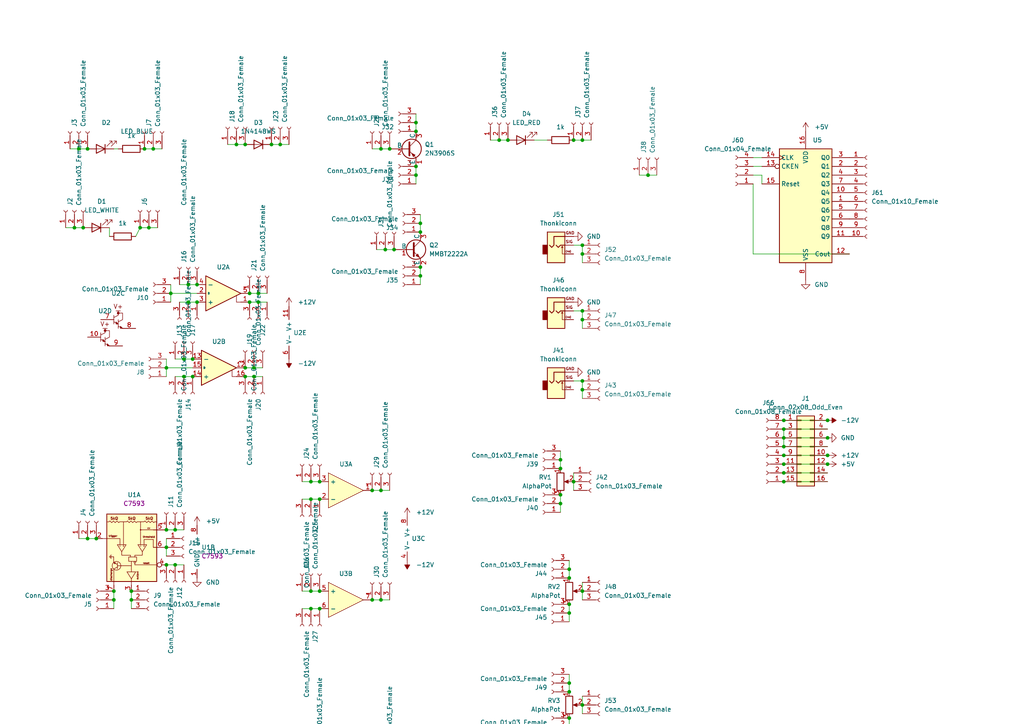
<source format=kicad_sch>
(kicad_sch (version 20211123) (generator eeschema)
  (paper "A4")
  (lib_symbols
    (symbol "Connector:Conn_01x03_Female" (pin_names (offset 1.016) hide)
      (property "Reference" "J" (at 0 5.08 0))
      (property "Value" "Conn_01x03_Female" (at 0 -5.08 0))
      (symbol "Conn_01x03_Female_1_1"
        (pin passive line (at -5.08 2.54 0) (length 3.81) (name "Pin_1") (number "1"))
        (pin passive line (at -5.08 0 0) (length 3.81) (name "Pin_2") (number "2"))
        (pin passive line (at -5.08 -2.54 0) (length 3.81) (name "Pin_3") (number "3"))
      )
    )
    (symbol "Connector:Conn_01x04_Female" (pin_names (offset 1.016) hide)
      (property "Reference" "J" (at 0 5.08 0))
      (property "Value" "Conn_01x04_Female" (at 0 -7.62 0))
      (symbol "Conn_01x04_Female_1_1"
        (pin passive line (at -5.08 2.54 0) (length 3.81) (name "Pin_1") (number "1"))
        (pin passive line (at -5.08 0 0) (length 3.81) (name "Pin_2") (number "2"))
        (pin passive line (at -5.08 -2.54 0) (length 3.81) (name "Pin_3") (number "3"))
        (pin passive line (at -5.08 -5.08 0) (length 3.81) (name "Pin_4") (number "4"))
      )
    )
    (symbol "Connector:Conn_01x08_Female" (pin_names (offset 1.016) hide)
      (property "Reference" "J" (at 0 10.16 0))
      (property "Value" "Conn_01x08_Female" (at 0 -12.7 0))
      (symbol "Conn_01x08_Female_1_1"
        (pin passive line (at -5.08 7.62 0) (length 3.81) (name "Pin_1") (number "1"))
        (pin passive line (at -5.08 5.08 0) (length 3.81) (name "Pin_2") (number "2"))
        (pin passive line (at -5.08 2.54 0) (length 3.81) (name "Pin_3") (number "3"))
        (pin passive line (at -5.08 0 0) (length 3.81) (name "Pin_4") (number "4"))
        (pin passive line (at -5.08 -2.54 0) (length 3.81) (name "Pin_5") (number "5"))
        (pin passive line (at -5.08 -5.08 0) (length 3.81) (name "Pin_6") (number "6"))
        (pin passive line (at -5.08 -7.62 0) (length 3.81) (name "Pin_7") (number "7"))
        (pin passive line (at -5.08 -10.16 0) (length 3.81) (name "Pin_8") (number "8"))
      )
    )
    (symbol "Connector:Conn_01x10_Female" (pin_names (offset 1.016) hide)
      (property "Reference" "J" (at 0 12.7 0))
      (property "Value" "Conn_01x10_Female" (at 0 -15.24 0))
      (symbol "Conn_01x10_Female_1_1"
        (pin passive line (at -5.08 10.16 0) (length 3.81) (name "Pin_1") (number "1"))
        (pin passive line (at -5.08 -12.7 0) (length 3.81) (name "Pin_10") (number "10"))
        (pin passive line (at -5.08 7.62 0) (length 3.81) (name "Pin_2") (number "2"))
        (pin passive line (at -5.08 5.08 0) (length 3.81) (name "Pin_3") (number "3"))
        (pin passive line (at -5.08 2.54 0) (length 3.81) (name "Pin_4") (number "4"))
        (pin passive line (at -5.08 0 0) (length 3.81) (name "Pin_5") (number "5"))
        (pin passive line (at -5.08 -2.54 0) (length 3.81) (name "Pin_6") (number "6"))
        (pin passive line (at -5.08 -5.08 0) (length 3.81) (name "Pin_7") (number "7"))
        (pin passive line (at -5.08 -7.62 0) (length 3.81) (name "Pin_8") (number "8"))
        (pin passive line (at -5.08 -10.16 0) (length 3.81) (name "Pin_9") (number "9"))
      )
    )
    (symbol "Connector_Generic:Conn_02x02_Odd_Even" (pin_names (offset 1.016) hide)
      (property "Reference" "J" (at 1.27 2.54 0))
      (property "Value" "Conn_02x02_Odd_Even" (at 1.27 -5.08 0))
      (symbol "Conn_02x02_Odd_Even_1_1"
        (pin passive line (at -5.08 0 0) (length 3.81) (name "Pin_1") (number "1"))
        (pin passive line (at 7.62 0 180) (length 3.81) (name "Pin_2") (number "2"))
        (pin passive line (at -5.08 -2.54 0) (length 3.81) (name "Pin_3") (number "3"))
        (pin passive line (at 7.62 -2.54 180) (length 3.81) (name "Pin_4") (number "4"))
      )
    )
    (symbol "Connector_Generic:Conn_02x08_Odd_Even" (pin_names (offset 1.016) hide)
      (property "Reference" "J" (at 1.27 10.16 0))
      (property "Value" "Conn_02x08_Odd_Even" (at 1.27 -12.7 0))
      (symbol "Conn_02x08_Odd_Even_1_1"
        (pin passive line (at -5.08 7.62 0) (length 3.81) (name "Pin_1") (number "1"))
        (pin passive line (at 7.62 -2.54 180) (length 3.81) (name "Pin_10") (number "10"))
        (pin passive line (at -5.08 -5.08 0) (length 3.81) (name "Pin_11") (number "11"))
        (pin passive line (at 7.62 -5.08 180) (length 3.81) (name "Pin_12") (number "12"))
        (pin passive line (at -5.08 -7.62 0) (length 3.81) (name "Pin_13") (number "13"))
        (pin passive line (at 7.62 -7.62 180) (length 3.81) (name "Pin_14") (number "14"))
        (pin passive line (at -5.08 -10.16 0) (length 3.81) (name "Pin_15") (number "15"))
        (pin passive line (at 7.62 -10.16 180) (length 3.81) (name "Pin_16") (number "16"))
        (pin passive line (at 7.62 7.62 180) (length 3.81) (name "Pin_2") (number "2"))
        (pin passive line (at -5.08 5.08 0) (length 3.81) (name "Pin_3") (number "3"))
        (pin passive line (at 7.62 5.08 180) (length 3.81) (name "Pin_4") (number "4"))
        (pin passive line (at -5.08 2.54 0) (length 3.81) (name "Pin_5") (number "5"))
        (pin passive line (at 7.62 2.54 180) (length 3.81) (name "Pin_6") (number "6"))
        (pin passive line (at -5.08 0 0) (length 3.81) (name "Pin_7") (number "7"))
        (pin passive line (at 7.62 0 180) (length 3.81) (name "Pin_8") (number "8"))
        (pin passive line (at -5.08 -2.54 0) (length 3.81) (name "Pin_9") (number "9"))
      )
    )
    (symbol "EuroRackTools:1N4148WS" (pin_numbers hide) (pin_names (offset 1.016) hide)
      (property "Reference" "D" (at 0 2.54 0))
      (property "Value" "1N4148WS" (at 0 -2.54 0))
      (symbol "1N4148WS_1_1"
        (pin passive line (at -3.81 0 0) (length 2.54) (name "K") (number "1"))
        (pin passive line (at 3.81 0 180) (length 2.54) (name "A") (number "2"))
      )
    )
    (symbol "EuroRackTools:1k" (pin_numbers hide) (pin_names (offset 0))
      (property "Value" "1k" (at -1.27 1.27 0))
      (symbol "1k_1_1"
        (pin passive line (at -5.08 1.27 0) (length 1.27) (name "~") (number "1"))
        (pin passive line (at 2.54 1.27 180) (length 1.27) (name "~") (number "2"))
      )
    )
    (symbol "EuroRackTools:2N3906S" (pin_names (offset 0))
      (property "Reference" "Q" (at 5.08 1.27 0))
      (property "Value" "2N3906S" (at 5.08 -1.27 0))
      (symbol "2N3906S_1_1"
        (pin passive line (at 2.54 -5.08 90) (length 2.54) (name "E") (number "1"))
        (pin input line (at -5.08 0 0) (length 5.715) (name "B") (number "2"))
        (pin passive line (at 2.54 5.08 270) (length 2.54) (name "C") (number "3"))
      )
    )
    (symbol "EuroRackTools:4017bm"
      (property "Reference" "U" (at 0 1.27 0))
      (symbol "4017bm_1_0"
        (pin output line (at 12.7 2.54 180) (length 5.08) (name "Q5") (number "1"))
        (pin output line (at 12.7 5.08 180) (length 5.08) (name "Q4") (number "10"))
        (pin output line (at 12.7 -7.62 180) (length 5.08) (name "Q9") (number "11"))
        (pin output line (at 12.7 -12.7 180) (length 5.08) (name "Cout") (number "12"))
        (pin input inverted (at -12.7 12.7 0) (length 5.08) (name "CKEN") (number "13"))
        (pin input clock (at -12.7 15.24 0) (length 5.08) (name "CLK") (number "14"))
        (pin input line (at -12.7 7.62 0) (length 5.08) (name "Reset") (number "15"))
        (pin power_in line (at 0 22.86 270) (length 5.08) (name "VDD") (number "16"))
        (pin output line (at 12.7 12.7 180) (length 5.08) (name "Q1") (number "2"))
        (pin output line (at 12.7 15.24 180) (length 5.08) (name "Q0") (number "3"))
        (pin output line (at 12.7 10.16 180) (length 5.08) (name "Q2") (number "4"))
        (pin output line (at 12.7 0 180) (length 5.08) (name "Q6") (number "5"))
        (pin output line (at 12.7 -2.54 180) (length 5.08) (name "Q7") (number "6"))
        (pin output line (at 12.7 7.62 180) (length 5.08) (name "Q3") (number "7"))
        (pin power_in line (at 0 -20.32 90) (length 5.08) (name "VSS") (number "8"))
        (pin output line (at 12.7 -5.08 180) (length 5.08) (name "Q8") (number "9"))
      )
    )
    (symbol "EuroRackTools:AlphaPot" (pin_names (offset 1.016) hide)
      (property "Reference" "RV" (at -4.445 0 90))
      (property "Value" "AlphaPot" (at -2.54 0 90))
      (symbol "AlphaPot_1_1"
        (pin passive line (at 0 3.81 270) (length 1.27) (name "1") (number "1"))
        (pin passive line (at 3.81 0 180) (length 1.27) (name "2") (number "2"))
        (pin passive line (at 0 -3.81 90) (length 1.27) (name "3") (number "3"))
      )
    )
    (symbol "EuroRackTools:LED_BLUE" (pin_numbers hide) (pin_names (offset 1.016) hide)
      (property "Reference" "D" (at 0 -2.54 0))
      (property "Value" "LED_BLUE" (at 0 3.81 0))
      (symbol "LED_BLUE_1_1"
        (pin passive line (at 3.81 0 180) (length 2.54) (name "K") (number "1"))
        (pin passive line (at -3.81 0 0) (length 2.54) (name "A") (number "2"))
      )
    )
    (symbol "EuroRackTools:LED_RED" (pin_numbers hide) (pin_names (offset 1.016) hide)
      (property "Reference" "D" (at 0 -2.54 0))
      (property "Value" "LED_RED" (at 0 3.81 0))
      (symbol "LED_RED_1_1"
        (pin passive line (at 3.81 0 180) (length 2.54) (name "K") (number "1"))
        (pin passive line (at -3.81 0 0) (length 2.54) (name "A") (number "2"))
      )
    )
    (symbol "EuroRackTools:LED_WHITE" (pin_numbers hide) (pin_names (offset 1.016) hide)
      (property "Reference" "D" (at 0 -2.54 0))
      (property "Value" "LED_WHITE" (at 0 3.81 0))
      (symbol "LED_WHITE_1_1"
        (pin passive line (at 3.81 0 180) (length 2.54) (name "K") (number "1"))
        (pin passive line (at -3.81 0 0) (length 2.54) (name "A") (number "2"))
      )
    )
    (symbol "EuroRackTools:LM13700"
      (property "Reference" "U" (at -1.27 0 0))
      (symbol "LM13700_1_1"
        (pin input line (at 7.62 -2.54 180) (length 2.54) (name "~") (number "1"))
        (pin input line (at -7.62 0 0) (length 2.54) (name "D") (number "2"))
        (pin input line (at -7.62 -2.54 0) (length 2.54) (name "+") (number "3"))
        (pin input line (at -7.62 2.54 0) (length 2.54) (name "-") (number "4"))
        (pin output line (at 7.62 0 180) (length 2.54) (name "~") (number "5"))
      )
      (symbol "LM13700_2_1"
        (pin output line (at 7.62 0 180) (length 2.54) (name "~") (number "12"))
        (pin input line (at -7.62 2.54 0) (length 2.54) (name "-") (number "13"))
        (pin input line (at -7.62 -2.54 0) (length 2.54) (name "+") (number "14"))
        (pin input line (at -7.62 0 0) (length 2.54) (name "D") (number "15"))
        (pin input line (at 7.62 -2.54 180) (length 2.54) (name "~") (number "16"))
      )
      (symbol "LM13700_3_1"
        (text "V+" (at -2.54 3.81 0) (effects (font (size 1.27 1.27))))
        (pin input line (at -7.62 0 0) (length 3.81) (name "~") (number "7"))
        (pin output line (at 2.54 -2.54 180) (length 3.81) (name "~") (number "8"))
      )
      (symbol "LM13700_4_1"
        (text "V+" (at -2.54 3.81 0) (effects (font (size 1.27 1.27))))
        (pin input line (at -7.62 0 0) (length 3.81) (name "~") (number "10"))
        (pin output line (at 2.54 -2.54 180) (length 3.81) (name "~") (number "9"))
      )
      (symbol "LM13700_5_1"
        (pin power_in line (at -2.54 7.62 270) (length 3.81) (name "V+") (number "11"))
        (pin power_in line (at -2.54 -7.62 90) (length 3.81) (name "V-") (number "6"))
      )
    )
    (symbol "EuroRackTools:MMBT2222A" (pin_names (offset 0))
      (property "Reference" "Q" (at 5.08 1.27 0))
      (property "Value" "MMBT2222A" (at 12.7 -2.032 0))
      (symbol "MMBT2222A_1_1"
        (pin input line (at -5.08 0 0) (length 5.715) (name "B") (number "1"))
        (pin passive line (at 2.54 -5.08 90) (length 2.54) (name "E") (number "2"))
        (pin passive line (at 2.54 5.08 270) (length 2.54) (name "C") (number "3"))
      )
    )
    (symbol "EuroRackTools:NE555DR"
      (property "Reference" "U" (at 2.54 3.556 0))
      (property "LCSC" "C7593" (at 0 0 0))
      (symbol "NE555DR_1_0"
        (text "5kΩ" (at -2.413 8.382 0) (effects (font (size 0.75 0.75))))
        (text "5kΩ" (at 2.667 8.382 0) (effects (font (size 0.75 0.75))))
        (text "5kΩ" (at 7.747 8.382 0) (effects (font (size 0.75 0.75))))
        (text "cv" (at 7.62 5.588 0) (effects (font (size 0.5 0.5))))
        (text "discharge" (at -3.302 -7.874 900) (effects (font (size 0.5 0.5))))
        (text "output" (at 4.318 -8.128 900) (effects (font (size 0.5 0.5))))
        (text "reset" (at 6.858 -4.572 0) (effects (font (size 0.5 0.5))))
        (text "threshold" (at 7.62 3.048 0) (effects (font (size 0.5 0.5))))
        (text "trigger" (at -2.794 3.302 0) (effects (font (size 0.5 0.5))))
      )
      (symbol "NE555DR_1_1"
        (pin input line (at -7.62 2.54 0) (length 1.75) (name "") (number "2"))
        (pin output line (at 2.54 -12.7 90) (length 1.75) (name "") (number "3"))
        (pin input inverted (at 12.7 -5.08 180) (length 2.65) (name "") (number "4"))
        (pin input line (at 12.7 5.08 180) (length 3.81) (name "") (number "5"))
        (pin input line (at 12.7 0 180) (length 3.81) (name "") (number "6"))
        (pin input line (at -2.54 -12.7 90) (length 1.75) (name "") (number "7"))
      )
      (symbol "NE555DR_2_0"
        (pin power_in line (at 0 -5.08 90) (length 2.54) (name "GND") (number "1"))
        (pin power_in line (at 0 10.16 270) (length 2.54) (name "V+") (number "8"))
      )
    )
    (symbol "EuroRackTools:TL072"
      (property "Reference" "U" (at -1.27 0 0))
      (symbol "TL072_1_1"
        (pin output line (at 7.62 0 180) (length 2.54) (name "") (number "1"))
        (pin input line (at -7.62 -2.54 0) (length 2.54) (name "-") (number "2"))
        (pin input line (at -7.62 2.54 0) (length 2.54) (name "+") (number "3"))
      )
      (symbol "TL072_2_1"
        (pin input line (at -7.62 2.54 0) (length 2.54) (name "+") (number "5"))
        (pin input line (at -7.62 -2.54 0) (length 2.54) (name "-") (number "6"))
        (pin output line (at 7.62 0 180) (length 2.54) (name "") (number "7"))
      )
      (symbol "TL072_3_0"
        (pin power_in line (at -2.54 -6.35 90) (length 2.54) (name "V-") (number "4"))
        (pin power_in line (at -2.54 6.35 270) (length 2.54) (name "V+") (number "8"))
      )
    )
    (symbol "EuroRackTools:Thonkiconn" (pin_numbers hide)
      (property "Reference" "J" (at -1.27 -3.048 0))
      (property "Value" "Thonkiconn" (at 0 6.35 0))
      (symbol "Thonkiconn_0_0"
        (text "(no)" (at 3.556 -1.778 0) (effects (font (size 0.5 0.5))))
        (text "GND" (at 4.064 3.556 0) (effects (font (size 0.8 0.8))))
        (text "SIG" (at 3.81 1.016 0) (effects (font (size 0.8 0.8))))
      )
      (symbol "Thonkiconn_1_1"
        (pin passive line (at 5.08 2.54 180) (length 2.54) (name "~") (number "S"))
        (pin passive line (at 5.08 0 180) (length 2.54) (name "~") (number "T"))
        (pin passive line (at 5.08 -2.54 180) (length 2.54) (name "~") (number "TN"))
      )
    )
    (symbol "power:+12V" (power) (pin_names (offset 0))
      (property "Value" "+12V" (at 0 3.556 0))
      (symbol "+12V_1_1"
        (pin power_in line (at 0 0 90) (length 0) hide (name "+12V") (number "1"))
      )
    )
    (symbol "power:+5V" (power) (pin_names (offset 0))
      (property "Value" "+5V" (at 0 3.556 0))
      (symbol "+5V_1_1"
        (pin power_in line (at 0 0 90) (length 0) hide (name "+5V") (number "1"))
      )
    )
    (symbol "power:-12V" (power) (pin_names (offset 0))
      (property "Value" "-12V" (at 0 3.81 0))
      (symbol "-12V_0_0"
        (pin power_in line (at 0 0 90) (length 0) hide (name "-12V") (number "1"))
      )
    )
    (symbol "power:GND" (power) (pin_names (offset 0))
      (property "Value" "GND" (at 0 -3.81 0))
      (symbol "GND_1_1"
        (pin power_in line (at 0 0 270) (length 0) hide (name "GND") (number "1"))
      )
    )
  )
  (junction (at 93.98 259.08))
  (junction (at 73.66 106.68))
  (junction (at 74.93 87.63))
  (junction (at 165.1 210.82))
  (junction (at 68.58 41.91))
  (junction (at 240.03 134.62))
  (junction (at 113.03 43.18))
  (junction (at 166.37 139.7))
  (junction (at 355.6 43.18))
  (junction (at 33.02 171.45))
  (junction (at 168.91 73.66))
  (junction (at 48.26 106.68))
  (junction (at 355.6 45.72))
  (junction (at 50.8 163.83))
  (junction (at 111.76 256.54))
  (junction (at 90.17 171.45))
  (junction (at 120.65 35.56))
  (junction (at 323.85 44.45))
  (junction (at 168.91 40.64))
  (junction (at 93.98 227.33))
  (junction (at 144.78 40.64))
  (junction (at 227.33 139.7))
  (junction (at 90.17 176.53))
  (junction (at 93.98 222.25))
  (junction (at 165.1 177.8))
  (junction (at 33.02 173.99))
  (junction (at 54.61 87.63))
  (junction (at 55.88 104.14))
  (junction (at 21.59 66.04))
  (junction (at 71.12 41.91))
  (junction (at 43.18 66.04))
  (junction (at 73.66 109.22))
  (junction (at 25.4 156.21))
  (junction (at 227.33 124.46))
  (junction (at 72.39 85.09))
  (junction (at 227.33 129.54))
  (junction (at 90.17 144.78))
  (junction (at 165.1 200.66))
  (junction (at 168.91 110.49))
  (junction (at 110.49 142.24))
  (junction (at 41.91 43.18))
  (junction (at 111.76 72.39))
  (junction (at 187.96 50.8))
  (junction (at 91.44 259.08))
  (junction (at 227.33 121.92))
  (junction (at 71.12 109.22))
  (junction (at 109.22 224.79))
  (junction (at 49.53 85.09))
  (junction (at 78.74 41.91))
  (junction (at 356.87 62.23))
  (junction (at 165.1 208.28))
  (junction (at 92.71 139.7))
  (junction (at 93.98 254))
  (junction (at 110.49 173.99))
  (junction (at 53.34 104.14))
  (junction (at 57.15 87.63))
  (junction (at 168.91 204.47))
  (junction (at 50.8 153.67))
  (junction (at 168.91 90.17))
  (junction (at 24.13 66.04))
  (junction (at 121.92 80.01))
  (junction (at 72.39 87.63))
  (junction (at 165.1 198.12))
  (junction (at 44.45 43.18))
  (junction (at 227.33 134.62))
  (junction (at 168.91 92.71))
  (junction (at 120.65 38.1))
  (junction (at 74.93 85.09))
  (junction (at 25.4 43.18))
  (junction (at 114.3 72.39))
  (junction (at 90.17 139.7))
  (junction (at 107.95 142.24))
  (junction (at 240.03 121.92))
  (junction (at 57.15 82.55))
  (junction (at 22.86 43.18))
  (junction (at 227.33 132.08))
  (junction (at 81.28 41.91))
  (junction (at 38.1 173.99))
  (junction (at 54.61 82.55))
  (junction (at 166.37 40.64))
  (junction (at 92.71 176.53))
  (junction (at 162.56 143.51))
  (junction (at 109.22 256.54))
  (junction (at 110.49 43.18))
  (junction (at 40.64 66.04))
  (junction (at 120.65 50.8))
  (junction (at 55.88 109.22))
  (junction (at 91.44 222.25))
  (junction (at 48.26 158.75))
  (junction (at 147.32 40.64))
  (junction (at 53.34 109.22))
  (junction (at 120.65 48.26))
  (junction (at 38.1 171.45))
  (junction (at 227.33 137.16))
  (junction (at 91.44 227.33))
  (junction (at 240.03 127))
  (junction (at 168.91 171.45))
  (junction (at 107.95 173.99))
  (junction (at 71.12 106.68))
  (junction (at 92.71 144.78))
  (junction (at 162.56 135.89))
  (junction (at 325.12 69.85))
  (junction (at 227.33 127))
  (junction (at 165.1 167.64))
  (junction (at 162.56 146.05))
  (junction (at 240.03 132.08))
  (junction (at 325.12 67.31))
  (junction (at 356.87 64.77))
  (junction (at 91.44 254))
  (junction (at 162.56 133.35))
  (junction (at 48.26 153.67))
  (junction (at 168.91 71.12))
  (junction (at 121.92 64.77))
  (junction (at 121.92 77.47))
  (junction (at 165.1 175.26))
  (junction (at 165.1 165.1))
  (junction (at 168.91 113.03))
  (junction (at 111.76 224.79))
  (junction (at 27.94 156.21))
  (junction (at 323.85 46.99))
  (junction (at 48.26 163.83))
  (junction (at 121.92 67.31))
  (junction (at 92.71 171.45))
  (wire (pts (xy 121.92 80.01) (xy 121.92 82.55)))
  (wire (pts (xy 168.91 113.03) (xy 168.91 110.49)))
  (wire (pts (xy 55.88 104.14) (xy 53.34 104.14)))
  (wire (pts (xy 92.71 139.7) (xy 90.17 139.7)))
  (wire (pts (xy 22.86 43.18) (xy 20.32 43.18)))
  (wire (pts (xy 113.03 173.99) (xy 110.49 173.99)))
  (wire (pts (xy 165.1 165.1) (xy 165.1 167.64)))
  (wire (pts (xy 311.15 44.45) (xy 323.85 44.45)))
  (wire (pts (xy 165.1 210.82) (xy 165.1 213.36)))
  (wire (pts (xy 54.61 87.63) (xy 57.15 87.63)))
  (wire (pts (xy 110.49 142.24) (xy 107.95 142.24)))
  (wire (pts (xy 77.47 85.09) (xy 74.93 85.09)))
  (wire (pts (xy 168.91 73.66) (xy 168.91 71.12)))
  (wire (pts (xy 355.6 43.18) (xy 355.6 45.72)))
  (wire (pts (xy 71.12 109.22) (xy 73.66 109.22)))
  (wire (pts (xy 218.44 73.66) (xy 246.38 73.66)))
  (wire (pts (xy 121.92 77.47) (xy 121.92 80.01)))
  (wire (pts (xy 227.33 134.62) (xy 240.03 134.62)))
  (wire (pts (xy 91.44 222.25) (xy 88.9 222.25)))
  (wire (pts (xy 165.1 208.28) (xy 165.1 210.82)))
  (wire (pts (xy 114.3 256.54) (xy 111.76 256.54)))
  (wire (pts (xy 171.45 40.64) (xy 168.91 40.64)))
  (wire (pts (xy 48.26 158.75) (xy 48.26 156.21)))
  (wire (pts (xy 168.91 115.57) (xy 168.91 113.03)))
  (wire (pts (xy 166.37 110.49) (xy 168.91 110.49)))
  (wire (pts (xy 110.49 43.18) (xy 107.95 43.18)))
  (wire (pts (xy 162.56 146.05) (xy 162.56 148.59)))
  (wire (pts (xy 50.8 109.22) (xy 53.34 109.22)))
  (wire (pts (xy 74.93 85.09) (xy 72.39 85.09)))
  (wire (pts (xy 38.1 176.53) (xy 38.1 173.99)))
  (wire (pts (xy 48.26 106.68) (xy 48.26 109.22)))
  (wire (pts (xy 48.26 104.14) (xy 48.26 106.68)))
  (wire (pts (xy 166.37 139.7) (xy 166.37 137.16)))
  (wire (pts (xy 168.91 95.25) (xy 168.91 92.71)))
  (wire (pts (xy 54.61 82.55) (xy 52.07 82.55)))
  (wire (pts (xy 76.2 106.68) (xy 73.66 106.68)))
  (wire (pts (xy 90.17 176.53) (xy 92.71 176.53)))
  (wire (pts (xy 25.4 43.18) (xy 22.86 43.18)))
  (wire (pts (xy 45.72 66.04) (xy 43.18 66.04)))
  (wire (pts (xy 73.66 109.22) (xy 76.2 109.22)))
  (wire (pts (xy 120.65 33.02) (xy 120.65 35.56)))
  (wire (pts (xy 120.65 50.8) (xy 120.65 53.34)))
  (wire (pts (xy 121.92 62.23) (xy 121.92 64.77)))
  (wire (pts (xy 111.76 72.39) (xy 109.22 72.39)))
  (wire (pts (xy 34.29 43.18) (xy 33.02 43.18)))
  (wire (pts (xy 87.63 176.53) (xy 90.17 176.53)))
  (wire (pts (xy 344.17 62.23) (xy 356.87 62.23)))
  (wire (pts (xy 46.99 43.18) (xy 44.45 43.18)))
  (wire (pts (xy 83.82 41.91) (xy 81.28 41.91)))
  (wire (pts (xy 27.94 156.21) (xy 25.4 156.21)))
  (wire (pts (xy 120.65 48.26) (xy 120.65 50.8)))
  (wire (pts (xy 33.02 173.99) (xy 33.02 176.53)))
  (wire (pts (xy 91.44 227.33) (xy 93.98 227.33)))
  (wire (pts (xy 168.91 204.47) (xy 168.91 201.93)))
  (wire (pts (xy 227.33 124.46) (xy 227.33 127)))
  (wire (pts (xy 165.1 195.58) (xy 165.1 198.12)))
  (wire (pts (xy 21.59 66.04) (xy 19.05 66.04)))
  (wire (pts (xy 73.66 106.68) (xy 71.12 106.68)))
  (wire (pts (xy 39.37 68.58) (xy 40.64 66.04)))
  (wire (pts (xy 165.1 198.12) (xy 165.1 200.66)))
  (wire (pts (xy 90.17 144.78) (xy 92.71 144.78)))
  (wire (pts (xy 227.33 129.54) (xy 240.03 129.54)))
  (wire (pts (xy 49.53 85.09) (xy 49.53 87.63)))
  (wire (pts (xy 218.44 45.72) (xy 220.98 45.72)))
  (wire (pts (xy 113.03 43.18) (xy 110.49 43.18)))
  (wire (pts (xy 168.91 76.2) (xy 168.91 73.66)))
  (wire (pts (xy 227.33 124.46) (xy 240.03 124.46)))
  (wire (pts (xy 49.53 82.55) (xy 49.53 85.09)))
  (wire (pts (xy 53.34 104.14) (xy 50.8 104.14)))
  (wire (pts (xy 227.33 121.92) (xy 240.03 121.92)))
  (wire (pts (xy 162.56 143.51) (xy 162.56 146.05)))
  (wire (pts (xy 90.17 139.7) (xy 87.63 139.7)))
  (wire (pts (xy 144.78 40.64) (xy 142.24 40.64)))
  (wire (pts (xy 220.98 50.8) (xy 220.98 53.34)))
  (wire (pts (xy 147.32 40.64) (xy 144.78 40.64)))
  (wire (pts (xy 25.4 156.21) (xy 22.86 156.21)))
  (wire (pts (xy 114.3 72.39) (xy 111.76 72.39)))
  (wire (pts (xy 93.98 222.25) (xy 91.44 222.25)))
  (wire (pts (xy 312.42 67.31) (xy 325.12 67.31)))
  (wire (pts (xy 165.1 177.8) (xy 165.1 180.34)))
  (wire (pts (xy 88.9 259.08) (xy 91.44 259.08)))
  (wire (pts (xy 49.53 85.09) (xy 57.15 85.09)))
  (wire (pts (xy 93.98 254) (xy 91.44 254)))
  (wire (pts (xy 53.34 153.67) (xy 50.8 153.67)))
  (wire (pts (xy 227.33 127) (xy 227.33 129.54)))
  (wire (pts (xy 162.56 133.35) (xy 162.56 135.89)))
  (wire (pts (xy 168.91 207.01) (xy 168.91 204.47)))
  (wire (pts (xy 72.39 87.63) (xy 74.93 87.63)))
  (wire (pts (xy 52.07 87.63) (xy 54.61 87.63)))
  (wire (pts (xy 90.17 171.45) (xy 87.63 171.45)))
  (wire (pts (xy 166.37 142.24) (xy 166.37 139.7)))
  (wire (pts (xy 38.1 173.99) (xy 38.1 171.45)))
  (wire (pts (xy 168.91 40.64) (xy 166.37 40.64)))
  (wire (pts (xy 31.75 68.58) (xy 31.75 66.04)))
  (wire (pts (xy 168.91 171.45) (xy 168.91 168.91)))
  (wire (pts (xy 87.63 144.78) (xy 90.17 144.78)))
  (wire (pts (xy 187.96 50.8) (xy 185.42 50.8)))
  (wire (pts (xy 48.26 161.29) (xy 48.26 158.75)))
  (wire (pts (xy 162.56 130.81) (xy 162.56 133.35)))
  (wire (pts (xy 48.26 163.83) (xy 50.8 163.83)))
  (wire (pts (xy 218.44 48.26) (xy 220.98 48.26)))
  (wire (pts (xy 92.71 171.45) (xy 90.17 171.45)))
  (wire (pts (xy 227.33 139.7) (xy 240.03 139.7)))
  (wire (pts (xy 342.9 43.18) (xy 355.6 43.18)))
  (wire (pts (xy 342.9 45.72) (xy 355.6 45.72)))
  (wire (pts (xy 165.1 162.56) (xy 165.1 165.1)))
  (wire (pts (xy 356.87 62.23) (xy 356.87 64.77)))
  (wire (pts (xy 168.91 92.71) (xy 168.91 90.17)))
  (wire (pts (xy 165.1 175.26) (xy 165.1 177.8)))
  (wire (pts (xy 43.18 66.04) (xy 40.64 66.04)))
  (wire (pts (xy 81.28 41.91) (xy 78.74 41.91)))
  (wire (pts (xy 111.76 224.79) (xy 109.22 224.79)))
  (wire (pts (xy 158.75 40.64) (xy 154.94 40.64)))
  (wire (pts (xy 74.93 87.63) (xy 77.47 87.63)))
  (wire (pts (xy 50.8 163.83) (xy 53.34 163.83)))
  (wire (pts (xy 114.3 224.79) (xy 111.76 224.79)))
  (wire (pts (xy 344.17 64.77) (xy 356.87 64.77)))
  (wire (pts (xy 227.33 132.08) (xy 240.03 132.08)))
  (wire (pts (xy 312.42 69.85) (xy 325.12 69.85)))
  (wire (pts (xy 113.03 142.24) (xy 110.49 142.24)))
  (wire (pts (xy 111.76 256.54) (xy 109.22 256.54)))
  (wire (pts (xy 110.49 173.99) (xy 107.95 173.99)))
  (wire (pts (xy 168.91 173.99) (xy 168.91 171.45)))
  (wire (pts (xy 121.92 64.77) (xy 121.92 67.31)))
  (wire (pts (xy 71.12 41.91) (xy 68.58 41.91)))
  (wire (pts (xy 68.58 41.91) (xy 66.04 41.91)))
  (wire (pts (xy 218.44 53.34) (xy 218.44 73.66)))
  (wire (pts (xy 323.85 44.45) (xy 323.85 46.99)))
  (wire (pts (xy 91.44 254) (xy 88.9 254)))
  (wire (pts (xy 166.37 71.12) (xy 168.91 71.12)))
  (wire (pts (xy 33.02 171.45) (xy 33.02 173.99)))
  (wire (pts (xy 311.15 46.99) (xy 323.85 46.99)))
  (wire (pts (xy 50.8 153.67) (xy 48.26 153.67)))
  (wire (pts (xy 24.13 66.04) (xy 21.59 66.04)))
  (wire (pts (xy 190.5 50.8) (xy 187.96 50.8)))
  (wire (pts (xy 227.33 127) (xy 240.03 127)))
  (wire (pts (xy 57.15 82.55) (xy 54.61 82.55)))
  (wire (pts (xy 53.34 109.22) (xy 55.88 109.22)))
  (wire (pts (xy 325.12 67.31) (xy 325.12 69.85)))
  (wire (pts (xy 166.37 90.17) (xy 168.91 90.17)))
  (wire (pts (xy 218.44 50.8) (xy 220.98 50.8)))
  (wire (pts (xy 91.44 259.08) (xy 93.98 259.08)))
  (wire (pts (xy 48.26 106.68) (xy 55.88 106.68)))
  (wire (pts (xy 88.9 227.33) (xy 91.44 227.33)))
  (wire (pts (xy 120.65 35.56) (xy 120.65 38.1)))
  (wire (pts (xy 227.33 137.16) (xy 240.03 137.16)))
  (wire (pts (xy 44.45 43.18) (xy 41.91 43.18)))
  (symbol (lib_id "power:GND") (at 166.37 107.95 90) (unit 1)
    (property "Reference" "#PWR0111" (effects hide))
    (property "Value" "GND" (at 170.18 107.9499 90) (effects (justify right)))
  )
  (symbol (lib_id "Connector:Conn_01x03_Female") (at 53.34 114.3 270) (unit 1)
    (property "Reference" "J14" (at 54.6101 115.57 0) (effects (justify left)))
    (property "Value" "Conn_01x03_Female" (at 52.0701 115.57 0) (effects (justify left)))
    (property "Footprint" "Connector_PinHeader_2.54mm:PinHeader_1x03_P2.54mm_Vertical" (effects hide))
  )
  (symbol (lib_id "power:+5V") (at 240.03 134.62 270) (unit 1)
    (property "Reference" "#PWR0104" (effects hide))
    (property "Value" "+5V" (at 243.84 134.6199 90) (effects (justify left)))
  )
  (symbol (lib_id "power:GND") (at 166.37 87.63 90) (unit 1)
    (property "Reference" "#PWR0112" (effects hide))
    (property "Value" "GND" (at 170.18 87.6299 90) (effects (justify right)))
  )
  (symbol (lib_id "Connector:Conn_01x03_Female") (at 22.86 38.1 90) (unit 1)
    (property "Reference" "J3" (at 21.5899 36.83 0) (effects (justify left)))
    (property "Value" "Conn_01x03_Female" (at 24.1299 36.83 0) (effects (justify left)))
    (property "Footprint" "Connector_PinHeader_2.54mm:PinHeader_1x03_P2.54mm_Vertical" (effects hide))
  )
  (symbol (lib_id "EuroRackTools:TL072") (at 101.6 256.54 0) (unit 2)
    (property "Reference" "U4" (at 101.6 248.92 0))
    (property "Value" "TL072" (effects hide))
    (property "Footprint" "Package_SO:SOIC-8_3.9x4.9mm_P1.27mm" (effects hide))
    (property "Spice_Primitive" "X" (effects hide))
    (property "Spice_Model" "MY_TL072" (effects hide))
    (property "Spice_Netlist_Enabled" "Y" (effects hide))
    (property "Spice_Node_Sequence" "1 2 3 4 5 6 7 8" (effects hide))
    (property "LCSC" "C6961" (effects hide))
  )
  (symbol (lib_id "EuroRackTools:AlphaPot") (at 162.56 139.7 0) (unit 1)
    (property "Reference" "RV1" (at 160.02 138.4299 0) (effects (justify right)))
    (property "Value" "AlphaPot" (at 160.02 140.9699 0) (effects (justify right)))
    (property "Footprint" "Potentiometer_THT:Potentiometer_Alpha_RD901F-40-00D_Single_Vertical" (effects hide))
    (property "Spice_Primitive" "X" (effects hide))
    (property "Spice_Model" "pot100k" (effects hide))
    (property "Spice_Netlist_Enabled" "Y" (effects hide))
  )
  (symbol (lib_id "Connector:Conn_01x03_Female") (at 157.48 146.05 180) (unit 1)
    (property "Reference" "J40" (at 156.21 147.3201 0) (effects (justify left)))
    (property "Value" "Conn_01x03_Female" (at 156.21 144.7801 0) (effects (justify left)))
    (property "Footprint" "Connector_PinHeader_2.54mm:PinHeader_1x03_P2.54mm_Vertical" (effects hide))
  )
  (symbol (lib_id "EuroRackTools:LM13700") (at 64.77 85.09 0) (unit 1)
    (property "Reference" "U2" (at 64.77 77.47 0))
    (property "Value" "LM13700" (effects hide))
    (property "Footprint" "Package_SO:SOIC-16_3.9x9.9mm_P1.27mm" (effects hide))
    (property "Spice_Primitive" "X" (effects hide))
    (property "Spice_Model" "MY_LM13700" (effects hide))
    (property "Spice_Netlist_Enabled" "Y" (effects hide))
    (property "LCSC" "C174050" (effects hide))
  )
  (symbol (lib_id "Connector:Conn_01x03_Female") (at 173.99 73.66 0) (unit 1)
    (property "Reference" "J52" (at 175.26 72.3899 0) (effects (justify left)))
    (property "Value" "Conn_01x03_Female" (at 175.26 74.9299 0) (effects (justify left)))
    (property "Footprint" "Connector_PinHeader_2.54mm:PinHeader_1x03_P2.54mm_Vertical" (effects hide))
  )
  (symbol (lib_id "EuroRackTools:2N3906S") (at 118.11 43.18 0) (unit 1)
    (property "Reference" "Q1" (at 123.19 41.9099 0) (effects (justify left)))
    (property "Value" "2N3906S" (at 123.19 44.4499 0) (effects (justify left)))
    (property "Footprint" "Package_TO_SOT_SMD:SOT-23-3" (effects hide))
    (property "LCSC" "C147294" (effects hide))
    (property "Spice_Primitive" "Q" (effects hide))
    (property "Spice_Model" "2N3906" (effects hide))
    (property "Spice_Netlist_Enabled" "Y" (effects hide))
  )
  (symbol (lib_id "Connector:Conn_01x03_Female") (at 90.17 166.37 90) (unit 1)
    (property "Reference" "J26" (at 88.8999 165.1 0) (effects (justify left)))
    (property "Value" "Conn_01x03_Female" (at 91.4399 165.1 0) (effects (justify left)))
    (property "Footprint" "Connector_PinHeader_2.54mm:PinHeader_1x03_P2.54mm_Vertical" (effects hide))
  )
  (symbol (lib_id "EuroRackTools:LED_BLUE") (at 29.21 43.18 0) (unit 1)
    (property "Reference" "D2" (at 30.7975 35.56 0))
    (property "Value" "LED_BLUE" (at 39.6875 38.1 0))
    (property "Footprint" "LED_SMD:LED_0603_1608Metric" (effects hide))
    (property "LCSC" "C72041" (effects hide))
  )
  (symbol (lib_id "Connector:Conn_01x03_Female") (at 144.78 35.56 90) (unit 1)
    (property "Reference" "J36" (at 143.5099 34.29 0) (effects (justify left)))
    (property "Value" "Conn_01x03_Female" (at 146.0499 34.29 0) (effects (justify left)))
    (property "Footprint" "Connector_PinHeader_2.54mm:PinHeader_1x03_P2.54mm_Vertical" (effects hide))
  )
  (symbol (lib_id "Connector:Conn_01x03_Female") (at 115.57 35.56 180) (unit 1)
    (property "Reference" "J32" (at 114.3 36.8301 0) (effects (justify left)))
    (property "Value" "Conn_01x03_Female" (at 114.3 34.2901 0) (effects (justify left)))
    (property "Footprint" "Connector_PinHeader_2.54mm:PinHeader_1x03_P2.54mm_Vertical" (effects hide))
  )
  (symbol (lib_id "Connector:Conn_01x03_Female") (at 50.8 148.59 90) (unit 1)
    (property "Reference" "J11" (at 49.5299 147.32 0) (effects (justify left)))
    (property "Value" "Conn_01x03_Female" (at 52.0699 147.32 0) (effects (justify left)))
    (property "Footprint" "Connector_PinHeader_2.54mm:PinHeader_1x03_P2.54mm_Vertical" (effects hide))
  )
  (symbol (lib_id "EuroRackTools:1k") (at 36.83 69.85 0) (unit 1)
    (property "Reference" "R1" (effects hide))
    (property "Value" "1k" (at 35.56 64.77 0))
    (property "Footprint" "Resistor_SMD:R_0603_1608Metric" (effects hide))
    (property "LCSC" "C21190" (effects hide))
  )
  (symbol (lib_id "EuroRackTools:LM13700") (at 63.5 106.68 0) (unit 2)
    (property "Reference" "U2" (at 63.5 99.06 0))
    (property "Value" "LM13700" (effects hide))
    (property "Footprint" "Package_SO:SOIC-16_3.9x9.9mm_P1.27mm" (effects hide))
    (property "Spice_Primitive" "X" (effects hide))
    (property "Spice_Model" "MY_LM13700" (effects hide))
    (property "Spice_Netlist_Enabled" "Y" (effects hide))
    (property "LCSC" "C174050" (effects hide))
  )
  (symbol (lib_id "EuroRackTools:MMBT2222A") (at 119.38 72.39 0) (unit 1)
    (property "Reference" "Q2" (at 124.46 71.1199 0) (effects (justify left)))
    (property "Value" "MMBT2222A" (at 124.46 73.6599 0) (effects (justify left)))
    (property "Footprint" "Package_TO_SOT_SMD:SOT-23-3" (effects hide))
    (property "LCSC" "C8512" (effects hide))
    (property "Spice_Primitive" "Q" (effects hide))
    (property "Spice_Model" "2N2222" (effects hide))
    (property "Spice_Netlist_Enabled" "Y" (effects hide))
  )
  (symbol (lib_id "EuroRackTools:NE555DR") (at 35.56 158.75 0) (unit 1)
    (property "Reference" "U1" (at 38.9115 143.51 0))
    (property "Value" "NE555DR" (effects hide))
    (property "Footprint" "Package_SO:SOIC-8-1EP_3.9x4.9mm_P1.27mm_EP2.29x3mm" (effects hide))
    (property "LCSC" "C7593" (at 38.9115 146.05 0))
  )
  (symbol (lib_id "Connector:Conn_01x03_Female") (at 68.58 36.83 90) (unit 1)
    (property "Reference" "J18" (at 67.3099 35.56 0) (effects (justify left)))
    (property "Value" "Conn_01x03_Female" (at 69.8499 35.56 0) (effects (justify left)))
    (property "Footprint" "Connector_PinHeader_2.54mm:PinHeader_1x03_P2.54mm_Vertical" (effects hide))
  )
  (symbol (lib_id "Connector:Conn_01x03_Female") (at 44.45 38.1 90) (unit 1)
    (property "Reference" "J7" (at 43.1799 36.83 0) (effects (justify left)))
    (property "Value" "Conn_01x03_Female" (at 45.7199 36.83 0) (effects (justify left)))
    (property "Footprint" "Connector_PinHeader_2.54mm:PinHeader_1x03_P2.54mm_Vertical" (effects hide))
  )
  (symbol (lib_id "power:GND") (at 57.15 167.64 0) (unit 1)
    (property "Reference" "#PWR0107" (effects hide))
    (property "Value" "GND" (at 59.69 168.9099 0) (effects (justify left)))
  )
  (symbol (lib_id "EuroRackTools:LED_WHITE") (at 27.94 66.04 0) (unit 1)
    (property "Reference" "D1" (at 29.5275 58.42 0))
    (property "Value" "LED_WHITE" (at 29.5275 60.96 0))
    (property "Footprint" "LED_SMD:LED_0603_1608Metric" (effects hide))
    (property "LCSC" "C2290" (effects hide))
  )
  (symbol (lib_id "Connector:Conn_01x03_Female") (at 91.44 248.92 90) (unit 1)
    (property "Reference" "J56" (at 90.1699 247.65 0) (effects (justify left)))
    (property "Value" "Conn_01x03_Female" (at 92.7099 247.65 0) (effects (justify left)))
    (property "Footprint" "Connector_PinHeader_2.54mm:PinHeader_1x03_P2.54mm_Vertical" (effects hide))
  )
  (symbol (lib_id "Connector:Conn_01x03_Female") (at 53.34 99.06 90) (unit 1)
    (property "Reference" "J13" (at 52.0699 97.79 0) (effects (justify left)))
    (property "Value" "Conn_01x03_Female" (at 54.6099 97.79 0) (effects (justify left)))
    (property "Footprint" "Connector_PinHeader_2.54mm:PinHeader_1x03_P2.54mm_Vertical" (effects hide))
  )
  (symbol (lib_id "Connector:Conn_01x03_Female") (at 110.49 137.16 90) (unit 1)
    (property "Reference" "J29" (at 109.2199 135.89 0) (effects (justify left)))
    (property "Value" "Conn_01x03_Female" (at 111.7599 135.89 0) (effects (justify left)))
    (property "Footprint" "Connector_PinHeader_2.54mm:PinHeader_1x03_P2.54mm_Vertical" (effects hide))
  )
  (symbol (lib_id "Connector:Conn_01x03_Female") (at 90.17 181.61 270) (unit 1)
    (property "Reference" "J27" (at 91.4401 182.88 0) (effects (justify left)))
    (property "Value" "Conn_01x03_Female" (at 88.9001 182.88 0) (effects (justify left)))
    (property "Footprint" "Connector_PinHeader_2.54mm:PinHeader_1x03_P2.54mm_Vertical" (effects hide))
  )
  (symbol (lib_id "EuroRackTools:1k") (at 39.37 44.45 0) (unit 1)
    (property "Reference" "R2" (effects hide))
    (property "Value" "1k" (at 38.1 39.37 0))
    (property "Footprint" "Resistor_SMD:R_0603_1608Metric" (effects hide))
    (property "LCSC" "C21190" (effects hide))
  )
  (symbol (lib_id "Connector:Conn_01x03_Female") (at 25.4 151.13 90) (unit 1)
    (property "Reference" "J4" (at 24.1299 149.86 0) (effects (justify left)))
    (property "Value" "Conn_01x03_Female" (at 26.6699 149.86 0) (effects (justify left)))
    (property "Footprint" "Connector_PinHeader_2.54mm:PinHeader_1x03_P2.54mm_Vertical" (effects hide))
  )
  (symbol (lib_id "EuroRackTools:TL072") (at 121.92 238.76 0) (unit 3)
    (property "Reference" "U4" (at 120.65 238.7599 0) (effects (justify left)))
    (property "Value" "TL072" (effects hide))
    (property "Footprint" "Package_SO:SOIC-8_3.9x4.9mm_P1.27mm" (effects hide))
    (property "Spice_Primitive" "X" (effects hide))
    (property "Spice_Model" "MY_TL072" (effects hide))
    (property "Spice_Netlist_Enabled" "Y" (effects hide))
    (property "Spice_Node_Sequence" "1 2 3 4 5 6 7 8" (effects hide))
    (property "LCSC" "C6961" (effects hide))
  )
  (symbol (lib_id "Connector:Conn_01x03_Female") (at 54.61 92.71 270) (unit 1)
    (property "Reference" "J17" (at 55.8801 93.98 0) (effects (justify left)))
    (property "Value" "Conn_01x03_Female" (at 53.3401 93.98 0) (effects (justify left)))
    (property "Footprint" "Connector_PinHeader_2.54mm:PinHeader_1x03_P2.54mm_Vertical" (effects hide))
  )
  (symbol (lib_id "power:+12V") (at 240.03 132.08 270) (unit 1)
    (property "Reference" "#PWR0103" (effects hide))
    (property "Value" "+12V" (at 243.84 132.0799 90) (effects (justify left)))
  )
  (symbol (lib_id "EuroRackTools:1N4148WS") (at 74.93 41.91 180) (unit 1)
    (property "Reference" "D3" (at 74.93 35.56 0))
    (property "Value" "1N4148WS" (at 74.93 38.1 0))
    (property "Footprint" "Diode_SMD:D_SOD-323" (effects hide))
    (property "Datasheet" "https://www.vishay.com/docs/85751/1n4148ws.pdf" (effects hide))
    (property "Spice_Primitive" "D" (effects hide))
    (property "Spice_Model" "1N4148" (effects hide))
    (property "Spice_Netlist_Enabled" "Y" (effects hide))
    (property "LCSC" "C2128" (effects hide))
  )
  (symbol (lib_id "Connector:Conn_01x04_Female") (at 213.36 50.8 180) (unit 1)
    (property "Reference" "J60" (at 213.995 40.64 0))
    (property "Value" "Conn_01x04_Female" (at 213.995 43.18 0))
    (property "Footprint" "Connector_PinHeader_2.54mm:PinHeader_1x04_P2.54mm_Vertical" (effects hide))
  )
  (symbol (lib_id "Connector:Conn_01x03_Female") (at 81.28 36.83 90) (unit 1)
    (property "Reference" "J23" (at 80.0099 35.56 0) (effects (justify left)))
    (property "Value" "Conn_01x03_Female" (at 82.5499 35.56 0) (effects (justify left)))
    (property "Footprint" "Connector_PinHeader_2.54mm:PinHeader_1x03_P2.54mm_Vertical" (effects hide))
  )
  (symbol (lib_id "EuroRackTools:TL072") (at 120.65 156.21 0) (unit 3)
    (property "Reference" "U3" (at 119.38 156.2099 0) (effects (justify left)))
    (property "Value" "TL072" (effects hide))
    (property "Footprint" "Package_SO:SOIC-8_3.9x4.9mm_P1.27mm" (effects hide))
    (property "Spice_Primitive" "X" (effects hide))
    (property "Spice_Model" "MY_TL072" (effects hide))
    (property "Spice_Netlist_Enabled" "Y" (effects hide))
    (property "Spice_Node_Sequence" "1 2 3 4 5 6 7 8" (effects hide))
    (property "LCSC" "C6961" (effects hide))
  )
  (symbol (lib_id "Connector:Conn_01x03_Female") (at 90.17 134.62 90) (unit 1)
    (property "Reference" "J24" (at 88.8999 133.35 0) (effects (justify left)))
    (property "Value" "Conn_01x03_Female" (at 91.4399 133.35 0) (effects (justify left)))
    (property "Footprint" "Connector_PinHeader_2.54mm:PinHeader_1x03_P2.54mm_Vertical" (effects hide))
  )
  (symbol (lib_id "Connector:Conn_01x03_Female") (at 111.76 251.46 90) (unit 1)
    (property "Reference" "J59" (at 110.4899 250.19 0) (effects (justify left)))
    (property "Value" "Conn_01x03_Female" (at 113.0299 250.19 0) (effects (justify left)))
    (property "Footprint" "Connector_PinHeader_2.54mm:PinHeader_1x03_P2.54mm_Vertical" (effects hide))
  )
  (symbol (lib_id "EuroRackTools:AlphaPot") (at 165.1 171.45 0) (unit 1)
    (property "Reference" "RV2" (at 162.56 170.1799 0) (effects (justify right)))
    (property "Value" "AlphaPot" (at 162.56 172.7199 0) (effects (justify right)))
    (property "Footprint" "Potentiometer_THT:Potentiometer_Alpha_RD901F-40-00D_Single_Vertical" (effects hide))
    (property "Spice_Primitive" "X" (effects hide))
    (property "Spice_Model" "pot100k" (effects hide))
    (property "Spice_Netlist_Enabled" "Y" (effects hide))
  )
  (symbol (lib_id "Connector:Conn_01x03_Female") (at 110.49 38.1 90) (unit 1)
    (property "Reference" "J28" (at 109.2199 36.83 0) (effects (justify left)))
    (property "Value" "Conn_01x03_Female" (at 111.7599 36.83 0) (effects (justify left)))
    (property "Footprint" "Connector_PinHeader_2.54mm:PinHeader_1x03_P2.54mm_Vertical" (effects hide))
  )
  (symbol (lib_id "Connector:Conn_01x03_Female") (at 173.99 113.03 0) (unit 1)
    (property "Reference" "J43" (at 175.26 111.7599 0) (effects (justify left)))
    (property "Value" "Conn_01x03_Female" (at 175.26 114.2999 0) (effects (justify left)))
    (property "Footprint" "Connector_PinHeader_2.54mm:PinHeader_1x03_P2.54mm_Vertical" (effects hide))
  )
  (symbol (lib_id "EuroRackTools:TL072") (at 100.33 142.24 0) (unit 1)
    (property "Reference" "U3" (at 100.33 134.62 0))
    (property "Value" "TL072" (effects hide))
    (property "Footprint" "Package_SO:SOIC-8_3.9x4.9mm_P1.27mm" (effects hide))
    (property "Spice_Primitive" "X" (effects hide))
    (property "Spice_Model" "MY_TL072" (effects hide))
    (property "Spice_Netlist_Enabled" "Y" (effects hide))
    (property "Spice_Node_Sequence" "1 2 3 4 5 6 7 8" (effects hide))
    (property "LCSC" "C6961" (effects hide))
  )
  (symbol (lib_id "Connector:Conn_01x03_Female") (at 43.18 106.68 180) (unit 1)
    (property "Reference" "J8" (at 41.91 107.9501 0) (effects (justify left)))
    (property "Value" "Conn_01x03_Female" (at 41.91 105.4101 0) (effects (justify left)))
    (property "Footprint" "Connector_PinHeader_2.54mm:PinHeader_1x03_P2.54mm_Vertical" (effects hide))
  )
  (symbol (lib_id "Connector:Conn_01x03_Female") (at 173.99 204.47 0) (unit 1)
    (property "Reference" "J53" (at 175.26 203.1999 0) (effects (justify left)))
    (property "Value" "Conn_01x03_Female" (at 175.26 205.7399 0) (effects (justify left)))
    (property "Footprint" "Connector_PinHeader_2.54mm:PinHeader_1x03_P2.54mm_Vertical" (effects hide))
  )
  (symbol (lib_id "power:-12V") (at 119.38 245.11 180) (unit 1)
    (property "Reference" "#PWR03" (effects hide))
    (property "Value" "-12V" (at 121.92 246.3799 0) (effects (justify right)))
  )
  (symbol (lib_id "Connector:Conn_01x03_Female") (at 43.18 60.96 90) (unit 1)
    (property "Reference" "J6" (at 41.9099 59.69 0) (effects (justify left)))
    (property "Value" "Conn_01x03_Female" (at 53.3399 59.69 0) (effects (justify left)))
    (property "Footprint" "Connector_PinHeader_2.54mm:PinHeader_1x03_P2.54mm_Vertical" (effects hide))
  )
  (symbol (lib_id "Connector:Conn_01x03_Female") (at 111.76 67.31 90) (unit 1)
    (property "Reference" "J31" (at 110.4899 66.04 0) (effects (justify left)))
    (property "Value" "Conn_01x03_Female" (at 113.0299 66.04 0) (effects (justify left)))
    (property "Footprint" "Connector_PinHeader_2.54mm:PinHeader_1x03_P2.54mm_Vertical" (effects hide))
  )
  (symbol (lib_id "power:-12V") (at 83.82 104.14 180) (unit 1)
    (property "Reference" "#PWR0105" (effects hide))
    (property "Value" "-12V" (at 86.36 105.4099 0) (effects (justify right)))
  )
  (symbol (lib_id "Connector:Conn_01x03_Female") (at 91.44 232.41 270) (unit 1)
    (property "Reference" "J55" (at 92.7101 233.68 0) (effects (justify left)))
    (property "Value" "Conn_01x03_Female" (at 90.1701 233.68 0) (effects (justify left)))
    (property "Footprint" "Connector_PinHeader_2.54mm:PinHeader_1x03_P2.54mm_Vertical" (effects hide))
  )
  (symbol (lib_id "Connector_Generic:Conn_02x08_Odd_Even") (at 232.41 129.54 0) (unit 1)
    (property "Reference" "J1" (at 233.68 115.57 0))
    (property "Value" "Conn_02x08_Odd_Even" (at 233.68 118.11 0))
    (property "Footprint" "Connector_IDC:IDC-Header_2x08_P2.54mm_Vertical" (effects hide))
  )
  (symbol (lib_id "Connector:Conn_01x10_Female") (at 251.46 55.88 0) (unit 1)
    (property "Reference" "J61" (at 252.73 55.8799 0) (effects (justify left)))
    (property "Value" "Conn_01x10_Female" (at 252.73 58.4199 0) (effects (justify left)))
    (property "Footprint" "Connector_PinHeader_2.54mm:PinHeader_1x10_P2.54mm_Vertical" (effects hide))
  )
  (symbol (lib_id "Connector:Conn_01x03_Female") (at 21.59 60.96 90) (unit 1)
    (property "Reference" "J2" (at 20.3199 59.69 0) (effects (justify left)))
    (property "Value" "Conn_01x03_Female" (at 22.8599 59.69 0) (effects (justify left)))
    (property "Footprint" "Connector_PinHeader_2.54mm:PinHeader_1x03_P2.54mm_Vertical" (effects hide))
  )
  (symbol (lib_id "EuroRackTools:TL072") (at 101.6 224.79 0) (unit 1)
    (property "Reference" "U4" (at 101.6 217.17 0))
    (property "Value" "TL072" (effects hide))
    (property "Footprint" "Package_SO:SOIC-8_3.9x4.9mm_P1.27mm" (effects hide))
    (property "Spice_Primitive" "X" (effects hide))
    (property "Spice_Model" "MY_TL072" (effects hide))
    (property "Spice_Netlist_Enabled" "Y" (effects hide))
    (property "Spice_Node_Sequence" "1 2 3 4 5 6 7 8" (effects hide))
    (property "LCSC" "C6961" (effects hide))
  )
  (symbol (lib_id "Connector:Conn_01x03_Female") (at 54.61 77.47 90) (unit 1)
    (property "Reference" "J16" (at 53.3399 76.2 0) (effects (justify left)))
    (property "Value" "Conn_01x03_Female" (at 55.8799 76.2 0) (effects (justify left)))
    (property "Footprint" "Connector_PinHeader_2.54mm:PinHeader_1x03_P2.54mm_Vertical" (effects hide))
  )
  (symbol (lib_id "power:GND") (at 166.37 68.58 90) (unit 1)
    (property "Reference" "#PWR01" (effects hide))
    (property "Value" "GND" (at 170.18 68.5799 90) (effects (justify right)))
  )
  (symbol (lib_id "Connector_Generic:Conn_02x02_Odd_Even") (at 347.98 43.18 0) (unit 1)
    (property "Reference" "J64" (at 349.25 36.83 0))
    (property "Value" "Conn_02x02_Odd_Even" (at 349.25 39.37 0))
    (property "Footprint" "Connector_PinHeader_2.54mm:PinHeader_2x02_P2.54mm_Vertical" (effects hide))
  )
  (symbol (lib_id "Connector:Conn_01x03_Female") (at 73.66 114.3 270) (unit 1)
    (property "Reference" "J20" (at 74.9301 115.57 0) (effects (justify left)))
    (property "Value" "Conn_01x03_Female" (at 72.3901 115.57 0) (effects (justify left)))
    (property "Footprint" "Connector_PinHeader_2.54mm:PinHeader_1x03_P2.54mm_Vertical" (effects hide))
  )
  (symbol (lib_id "Connector:Conn_01x03_Female") (at 187.96 45.72 90) (unit 1)
    (property "Reference" "J38" (at 186.6899 44.45 0) (effects (justify left)))
    (property "Value" "Conn_01x03_Female" (at 189.2299 44.45 0) (effects (justify left)))
    (property "Footprint" "Connector_PinHeader_2.54mm:PinHeader_1x03_P2.54mm_Vertical" (effects hide))
  )
  (symbol (lib_id "Connector:Conn_01x03_Female") (at 50.8 168.91 270) (unit 1)
    (property "Reference" "J12" (at 52.0701 170.18 0) (effects (justify left)))
    (property "Value" "Conn_01x03_Female" (at 49.5301 170.18 0) (effects (justify left)))
    (property "Footprint" "Connector_PinHeader_2.54mm:PinHeader_1x03_P2.54mm_Vertical" (effects hide))
  )
  (symbol (lib_id "EuroRackTools:Thonkiconn") (at 161.29 71.12 0) (unit 1)
    (property "Reference" "J51" (at 161.988 62.23 0))
    (property "Value" "Thonkiconn" (at 161.988 64.77 0))
    (property "Footprint" "Connector_Audio:Jack_3.5mm_QingPu_WQP-PJ398SM_Vertical_CircularHoles" (effects hide))
  )
  (symbol (lib_id "Connector:Conn_01x03_Female") (at 115.57 50.8 180) (unit 1)
    (property "Reference" "J33" (at 114.3 52.0701 0) (effects (justify left)))
    (property "Value" "Conn_01x03_Female" (at 114.3 49.5301 0) (effects (justify left)))
    (property "Footprint" "Connector_PinHeader_2.54mm:PinHeader_1x03_P2.54mm_Vertical" (effects hide))
  )
  (symbol (lib_id "power:+12V") (at 119.38 232.41 0) (unit 1)
    (property "Reference" "#PWR02" (effects hide))
    (property "Value" "+12V" (at 121.92 231.1399 0) (effects (justify left)))
  )
  (symbol (lib_id "Connector:Conn_01x03_Female") (at 74.93 92.71 270) (unit 1)
    (property "Reference" "J22" (at 76.2001 93.98 0) (effects (justify left)))
    (property "Value" "Conn_01x03_Female" (at 73.6601 93.98 0) (effects (justify left)))
    (property "Footprint" "Connector_PinHeader_2.54mm:PinHeader_1x03_P2.54mm_Vertical" (effects hide))
  )
  (symbol (lib_id "EuroRackTools:4017bm") (at 233.68 60.96 0) (unit 1)
    (property "Reference" "U5" (at 235.6994 40.64 0) (effects (justify left)))
    (property "Value" "4017bm" (effects hide))
    (property "Footprint" "Package_SO:SOP-16_3.9x9.9mm_P1.27mm" (effects hide))
    (property "LCSC" "C356694" (effects hide))
  )
  (symbol (lib_id "EuroRackTools:Thonkiconn") (at 161.29 90.17 0) (unit 1)
    (property "Reference" "J46" (at 161.988 81.28 0))
    (property "Value" "Thonkiconn" (at 161.988 83.82 0))
    (property "Footprint" "Connector_Audio:Jack_3.5mm_QingPu_WQP-PJ398SM_Vertical_CircularHoles" (effects hide))
  )
  (symbol (lib_id "power:+5V") (at 57.15 152.4 0) (unit 1)
    (property "Reference" "#PWR0108" (effects hide))
    (property "Value" "+5V" (at 59.69 151.1299 0) (effects (justify left)))
  )
  (symbol (lib_id "Connector:Conn_01x03_Female") (at 44.45 85.09 180) (unit 1)
    (property "Reference" "J10" (at 43.18 86.3601 0) (effects (justify left)))
    (property "Value" "Conn_01x03_Female" (at 43.18 83.8201 0) (effects (justify left)))
    (property "Footprint" "Connector_PinHeader_2.54mm:PinHeader_1x03_P2.54mm_Vertical" (effects hide))
  )
  (symbol (lib_id "Connector:Conn_01x03_Female") (at 111.76 219.71 90) (unit 1)
    (property "Reference" "J58" (at 110.4899 218.44 0) (effects (justify left)))
    (property "Value" "Conn_01x03_Female" (at 113.0299 218.44 0) (effects (justify left)))
    (property "Footprint" "Connector_PinHeader_2.54mm:PinHeader_1x03_P2.54mm_Vertical" (effects hide))
  )
  (symbol (lib_id "power:GND") (at 233.68 81.28 0) (unit 1)
    (property "Reference" "#PWR05" (effects hide))
    (property "Value" "GND" (at 236.22 82.5499 0) (effects (justify left)))
  )
  (symbol (lib_id "Connector_Generic:Conn_02x02_Odd_Even") (at 316.23 44.45 0) (unit 1)
    (property "Reference" "J62" (at 317.5 38.1 0))
    (property "Value" "Conn_02x02_Odd_Even" (at 317.5 40.64 0))
    (property "Footprint" "Connector_PinHeader_2.54mm:PinHeader_2x02_P2.54mm_Vertical" (effects hide))
  )
  (symbol (lib_id "Connector:Conn_01x03_Female") (at 116.84 64.77 180) (unit 1)
    (property "Reference" "J34" (at 115.57 66.0401 0) (effects (justify left)))
    (property "Value" "Conn_01x03_Female" (at 115.57 63.5001 0) (effects (justify left)))
    (property "Footprint" "Connector_PinHeader_2.54mm:PinHeader_1x03_P2.54mm_Vertical" (effects hide))
  )
  (symbol (lib_id "Connector:Conn_01x03_Female") (at 43.18 173.99 0) (unit 1)
    (property "Reference" "J9" (at 44.45 172.7199 0) (effects (justify left)))
    (property "Value" "Conn_01x03_Female" (at 44.45 175.2599 0) (effects (justify left)))
    (property "Footprint" "Connector_PinHeader_2.54mm:PinHeader_1x03_P2.54mm_Vertical" (effects hide))
  )
  (symbol (lib_id "EuroRackTools:LM13700") (at 36.83 92.71 0) (unit 3)
    (property "Reference" "U2" (at 34.29 85.09 0))
    (property "Value" "LM13700" (effects hide))
    (property "Footprint" "Package_SO:SOIC-16_3.9x9.9mm_P1.27mm" (effects hide))
    (property "Spice_Primitive" "X" (effects hide))
    (property "Spice_Model" "MY_LM13700" (effects hide))
    (property "Spice_Netlist_Enabled" "Y" (effects hide))
    (property "LCSC" "C174050" (effects hide))
  )
  (symbol (lib_id "EuroRackTools:LM13700") (at 86.36 96.52 0) (unit 5)
    (property "Reference" "U2" (at 85.09 96.5199 0) (effects (justify left)))
    (property "Value" "LM13700" (effects hide))
    (property "Footprint" "Package_SO:SOIC-16_3.9x9.9mm_P1.27mm" (effects hide))
    (property "Spice_Primitive" "X" (effects hide))
    (property "Spice_Model" "MY_LM13700" (effects hide))
    (property "Spice_Netlist_Enabled" "Y" (effects hide))
    (property "LCSC" "C174050" (effects hide))
  )
  (symbol (lib_id "Connector:Conn_01x03_Female") (at 160.02 165.1 180) (unit 1)
    (property "Reference" "J44" (at 158.75 166.3701 0) (effects (justify left)))
    (property "Value" "Conn_01x03_Female" (at 158.75 163.8301 0) (effects (justify left)))
    (property "Footprint" "Connector_PinHeader_2.54mm:PinHeader_1x03_P2.54mm_Vertical" (effects hide))
  )
  (symbol (lib_id "Connector:Conn_01x03_Female") (at 173.99 92.71 0) (unit 1)
    (property "Reference" "J47" (at 175.26 91.4399 0) (effects (justify left)))
    (property "Value" "Conn_01x03_Female" (at 175.26 93.9799 0) (effects (justify left)))
    (property "Footprint" "Connector_PinHeader_2.54mm:PinHeader_1x03_P2.54mm_Vertical" (effects hide))
  )
  (symbol (lib_id "Connector:Conn_01x03_Female") (at 157.48 133.35 180) (unit 1)
    (property "Reference" "J39" (at 156.21 134.6201 0) (effects (justify left)))
    (property "Value" "Conn_01x03_Female" (at 156.21 132.0801 0) (effects (justify left)))
    (property "Footprint" "Connector_PinHeader_2.54mm:PinHeader_1x03_P2.54mm_Vertical" (effects hide))
  )
  (symbol (lib_id "Connector:Conn_01x03_Female") (at 110.49 168.91 90) (unit 1)
    (property "Reference" "J30" (at 109.2199 167.64 0) (effects (justify left)))
    (property "Value" "Conn_01x03_Female" (at 111.7599 167.64 0) (effects (justify left)))
    (property "Footprint" "Connector_PinHeader_2.54mm:PinHeader_1x03_P2.54mm_Vertical" (effects hide))
  )
  (symbol (lib_id "Connector_Generic:Conn_02x02_Odd_Even") (at 317.5 67.31 0) (unit 1)
    (property "Reference" "J63" (at 318.77 60.96 0))
    (property "Value" "Conn_02x02_Odd_Even" (at 318.77 63.5 0))
    (property "Footprint" "Connector_PinHeader_2.54mm:PinHeader_2x02_P2.54mm_Vertical" (effects hide))
  )
  (symbol (lib_id "Connector:Conn_01x03_Female") (at 91.44 217.17 90) (unit 1)
    (property "Reference" "J54" (at 90.1699 215.9 0) (effects (justify left)))
    (property "Value" "Conn_01x03_Female" (at 92.7099 215.9 0) (effects (justify left)))
    (property "Footprint" "Connector_PinHeader_2.54mm:PinHeader_1x03_P2.54mm_Vertical" (effects hide))
  )
  (symbol (lib_id "EuroRackTools:TL072") (at 100.33 173.99 0) (unit 2)
    (property "Reference" "U3" (at 100.33 166.37 0))
    (property "Value" "TL072" (effects hide))
    (property "Footprint" "Package_SO:SOIC-8_3.9x4.9mm_P1.27mm" (effects hide))
    (property "Spice_Primitive" "X" (effects hide))
    (property "Spice_Model" "MY_TL072" (effects hide))
    (property "Spice_Netlist_Enabled" "Y" (effects hide))
    (property "Spice_Node_Sequence" "1 2 3 4 5 6 7 8" (effects hide))
    (property "LCSC" "C6961" (effects hide))
  )
  (symbol (lib_id "power:-12V") (at 240.03 121.92 270) (unit 1)
    (property "Reference" "#PWR0102" (effects hide))
    (property "Value" "-12V" (at 243.84 121.9199 90) (effects (justify left)))
  )
  (symbol (lib_id "Connector:Conn_01x08_Female") (at 222.25 132.08 180) (unit 1)
    (property "Reference" "J66" (at 222.885 116.84 0))
    (property "Value" "Conn_01x08_Female" (at 222.885 119.38 0))
    (property "Footprint" "Connector_PinHeader_2.54mm:PinHeader_1x08_P2.54mm_Vertical" (effects hide))
  )
  (symbol (lib_id "EuroRackTools:AlphaPot") (at 165.1 204.47 0) (unit 1)
    (property "Reference" "RV3" (at 162.56 203.1999 0) (effects (justify right)))
    (property "Value" "AlphaPot" (at 162.56 205.7399 0) (effects (justify right)))
    (property "Footprint" "Potentiometer_THT:Potentiometer_Alpha_RD901F-40-00D_Single_Vertical" (effects hide))
    (property "Spice_Primitive" "X" (effects hide))
    (property "Spice_Model" "pot100k" (effects hide))
    (property "Spice_Netlist_Enabled" "Y" (effects hide))
  )
  (symbol (lib_id "power:+12V") (at 118.11 149.86 0) (unit 1)
    (property "Reference" "#PWR0109" (effects hide))
    (property "Value" "+12V" (at 120.65 148.5899 0) (effects (justify left)))
  )
  (symbol (lib_id "power:GND") (at 240.03 127 90) (unit 1)
    (property "Reference" "#PWR0101" (effects hide))
    (property "Value" "GND" (at 243.84 126.9999 90) (effects (justify right)))
  )
  (symbol (lib_id "Connector:Conn_01x03_Female") (at 116.84 80.01 180) (unit 1)
    (property "Reference" "J35" (at 115.57 81.2801 0) (effects (justify left)))
    (property "Value" "Conn_01x03_Female" (at 115.57 78.7401 0) (effects (justify left)))
    (property "Footprint" "Connector_PinHeader_2.54mm:PinHeader_1x03_P2.54mm_Vertical" (effects hide))
  )
  (symbol (lib_id "Connector:Conn_01x03_Female") (at 73.66 101.6 90) (unit 1)
    (property "Reference" "J19" (at 72.3899 100.33 0) (effects (justify left)))
    (property "Value" "Conn_01x03_Female" (at 74.9299 100.33 0) (effects (justify left)))
    (property "Footprint" "Connector_PinHeader_2.54mm:PinHeader_1x03_P2.54mm_Vertical" (effects hide))
  )
  (symbol (lib_id "Connector:Conn_01x03_Female") (at 168.91 35.56 90) (unit 1)
    (property "Reference" "J37" (at 167.6399 34.29 0) (effects (justify left)))
    (property "Value" "Conn_01x03_Female" (at 170.1799 34.29 0) (effects (justify left)))
    (property "Footprint" "Connector_PinHeader_2.54mm:PinHeader_1x03_P2.54mm_Vertical" (effects hide))
  )
  (symbol (lib_id "Connector:Conn_01x03_Female") (at 173.99 171.45 0) (unit 1)
    (property "Reference" "J48" (at 175.26 170.1799 0) (effects (justify left)))
    (property "Value" "Conn_01x03_Female" (at 175.26 172.7199 0) (effects (justify left)))
    (property "Footprint" "Connector_PinHeader_2.54mm:PinHeader_1x03_P2.54mm_Vertical" (effects hide))
  )
  (symbol (lib_id "Connector:Conn_01x03_Female") (at 160.02 198.12 180) (unit 1)
    (property "Reference" "J49" (at 158.75 199.3901 0) (effects (justify left)))
    (property "Value" "Conn_01x03_Female" (at 158.75 196.8501 0) (effects (justify left)))
    (property "Footprint" "Connector_PinHeader_2.54mm:PinHeader_1x03_P2.54mm_Vertical" (effects hide))
  )
  (symbol (lib_id "EuroRackTools:LM13700") (at 33.02 97.79 0) (unit 4)
    (property "Reference" "U2" (at 30.48 90.17 0))
    (property "Value" "LM13700" (effects hide))
    (property "Footprint" "Package_SO:SOIC-16_3.9x9.9mm_P1.27mm" (effects hide))
    (property "Spice_Primitive" "X" (effects hide))
    (property "Spice_Model" "MY_LM13700" (effects hide))
    (property "Spice_Netlist_Enabled" "Y" (effects hide))
    (property "LCSC" "C174050" (effects hide))
  )
  (symbol (lib_id "EuroRackTools:Thonkiconn") (at 161.29 110.49 0) (unit 1)
    (property "Reference" "J41" (at 161.988 101.6 0))
    (property "Value" "Thonkiconn" (at 161.988 104.14 0))
    (property "Footprint" "Connector_Audio:Jack_3.5mm_QingPu_WQP-PJ398SM_Vertical_CircularHoles" (effects hide))
  )
  (symbol (lib_id "EuroRackTools:1k") (at 163.83 41.91 0) (unit 1)
    (property "Reference" "R4" (effects hide))
    (property "Value" "1k" (at 162.56 36.83 0))
    (property "Footprint" "Resistor_SMD:R_0603_1608Metric" (effects hide))
    (property "LCSC" "C21190" (effects hide))
  )
  (symbol (lib_id "EuroRackTools:LED_RED") (at 151.13 40.64 0) (unit 1)
    (property "Reference" "D4" (at 152.7175 33.02 0))
    (property "Value" "LED_RED" (at 152.7175 35.56 0))
    (property "Footprint" "LED_SMD:LED_0603_1608Metric" (effects hide))
    (property "LCSC" "C2296" (effects hide))
  )
  (symbol (lib_id "Connector:Conn_01x03_Female") (at 53.34 158.75 0) (unit 1)
    (property "Reference" "J15" (at 54.61 157.4799 0) (effects (justify left)))
    (property "Value" "Conn_01x03_Female" (at 54.61 160.0199 0) (effects (justify left)))
    (property "Footprint" "Connector_PinHeader_2.54mm:PinHeader_1x03_P2.54mm_Vertical" (effects hide))
  )
  (symbol (lib_id "Connector:Conn_01x03_Female") (at 74.93 80.01 90) (unit 1)
    (property "Reference" "J21" (at 73.6599 78.74 0) (effects (justify left)))
    (property "Value" "Conn_01x03_Female" (at 76.1999 78.74 0) (effects (justify left)))
    (property "Footprint" "Connector_PinHeader_2.54mm:PinHeader_1x03_P2.54mm_Vertical" (effects hide))
  )
  (symbol (lib_id "EuroRackTools:NE555DR") (at 57.15 162.56 0) (unit 2)
    (property "Reference" "U1" (at 58.42 158.7499 0) (effects (justify left)))
    (property "Value" "NE555DR" (effects hide))
    (property "Footprint" "Package_SO:SOIC-8-1EP_3.9x4.9mm_P1.27mm_EP2.29x3mm" (effects hide))
    (property "LCSC" "C7593" (at 58.42 161.2899 0) (effects (justify left)))
  )
  (symbol (lib_id "Connector:Conn_01x03_Female") (at 171.45 139.7 0) (unit 1)
    (property "Reference" "J42" (at 172.72 138.4299 0) (effects (justify left)))
    (property "Value" "Conn_01x03_Female" (at 172.72 140.9699 0) (effects (justify left)))
    (property "Footprint" "Connector_PinHeader_2.54mm:PinHeader_1x03_P2.54mm_Vertical" (effects hide))
  )
  (symbol (lib_id "Connector:Conn_01x03_Female") (at 27.94 173.99 180) (unit 1)
    (property "Reference" "J5" (at 26.67 175.2601 0) (effects (justify left)))
    (property "Value" "Conn_01x03_Female" (at 26.67 172.7201 0) (effects (justify left)))
    (property "Footprint" "Connector_PinHeader_2.54mm:PinHeader_1x03_P2.54mm_Vertical" (effects hide))
  )
  (symbol (lib_id "Connector:Conn_01x03_Female") (at 91.44 264.16 270) (unit 1)
    (property "Reference" "J57" (at 92.7101 265.43 0) (effects (justify left)))
    (property "Value" "Conn_01x03_Female" (at 90.1701 265.43 0) (effects (justify left)))
    (property "Footprint" "Connector_PinHeader_2.54mm:PinHeader_1x03_P2.54mm_Vertical" (effects hide))
  )
  (symbol (lib_id "Connector:Conn_01x03_Female") (at 160.02 210.82 180) (unit 1)
    (property "Reference" "J50" (at 158.75 212.0901 0) (effects (justify left)))
    (property "Value" "Conn_01x03_Female" (at 158.75 209.5501 0) (effects (justify left)))
    (property "Footprint" "Connector_PinHeader_2.54mm:PinHeader_1x03_P2.54mm_Vertical" (effects hide))
  )
  (symbol (lib_id "power:+12V") (at 83.82 88.9 0) (unit 1)
    (property "Reference" "#PWR0106" (effects hide))
    (property "Value" "+12V" (at 86.36 87.6299 0) (effects (justify left)))
  )
  (symbol (lib_id "Connector:Conn_01x03_Female") (at 160.02 177.8 180) (unit 1)
    (property "Reference" "J45" (at 158.75 179.0701 0) (effects (justify left)))
    (property "Value" "Conn_01x03_Female" (at 158.75 176.5301 0) (effects (justify left)))
    (property "Footprint" "Connector_PinHeader_2.54mm:PinHeader_1x03_P2.54mm_Vertical" (effects hide))
  )
  (symbol (lib_id "power:-12V") (at 118.11 162.56 180) (unit 1)
    (property "Reference" "#PWR0110" (effects hide))
    (property "Value" "-12V" (at 120.65 163.8299 0) (effects (justify right)))
  )
  (symbol (lib_id "Connector_Generic:Conn_02x02_Odd_Even") (at 349.25 62.23 0) (unit 1)
    (property "Reference" "J65" (at 350.52 55.88 0))
    (property "Value" "Conn_02x02_Odd_Even" (at 350.52 58.42 0))
    (property "Footprint" "Connector_PinHeader_2.54mm:PinHeader_2x02_P2.54mm_Vertical" (effects hide))
  )
  (symbol (lib_id "Connector:Conn_01x03_Female") (at 90.17 149.86 270) (unit 1)
    (property "Reference" "J25" (at 91.4401 151.13 0) (effects (justify left)))
    (property "Value" "Conn_01x03_Female" (at 88.9001 151.13 0) (effects (justify left)))
    (property "Footprint" "Connector_PinHeader_2.54mm:PinHeader_1x03_P2.54mm_Vertical" (effects hide))
  )
  (symbol (lib_id "power:+5V") (at 233.68 38.1 0) (unit 1)
    (property "Reference" "#PWR04" (effects hide))
    (property "Value" "+5V" (at 236.22 36.8299 0) (effects (justify left)))
  )
)
</source>
